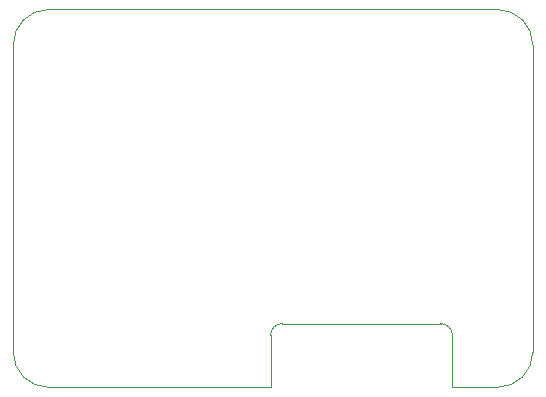
<source format=gm1>
G04*
G04 #@! TF.GenerationSoftware,Altium Limited,Altium Designer,20.1.8 (145)*
G04*
G04 Layer_Color=16711935*
%FSAX44Y44*%
%MOMM*%
G71*
G04*
G04 #@! TF.SameCoordinates,038E23F0-B42B-4C45-894E-EE78EB3E0CC3*
G04*
G04*
G04 #@! TF.FilePolarity,Positive*
G04*
G01*
G75*
%ADD75C,0.0254*%
D75*
X00000000Y00030000D02*
G03*
X00030000Y00000000I00030000J00000000D01*
G01*
X00410000Y00000000D02*
G03*
X00440000Y00030000I00000000J00030000D01*
G01*
X00440000Y00290000D02*
G03*
X00410000Y00320000I-00030000J00000000D01*
G01*
X00030000D02*
G03*
X-00000000Y00290000I00000000J-00030000D01*
G01*
X00227936Y00054000D02*
G03*
X00217936Y00044000I00000000J-00010000D01*
G01*
X00371936D02*
G03*
X00361936Y00054000I-00010000J00000000D01*
G01*
X00030000Y00000000D02*
X00217936D01*
X00440000Y00030000D02*
Y00290000D01*
X00030000Y00320000D02*
X00410000D01*
X00000000Y00030000D02*
Y00290000D01*
X00371936Y00000000D02*
X00410000D01*
X00217936D02*
Y00044000D01*
X00371936Y00000000D02*
Y00044000D01*
X00227936Y00054000D02*
X00361936D01*
M02*

</source>
